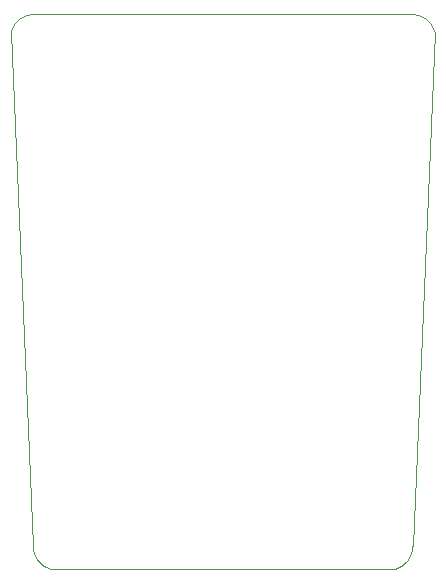
<source format=gbr>
%TF.GenerationSoftware,KiCad,Pcbnew,7.0.7*%
%TF.CreationDate,2023-09-20T21:46:03-04:00*%
%TF.ProjectId,DIYmic,4449596d-6963-42e6-9b69-6361645f7063,rev?*%
%TF.SameCoordinates,Original*%
%TF.FileFunction,Profile,NP*%
%FSLAX46Y46*%
G04 Gerber Fmt 4.6, Leading zero omitted, Abs format (unit mm)*
G04 Created by KiCad (PCBNEW 7.0.7) date 2023-09-20 21:46:03*
%MOMM*%
%LPD*%
G01*
G04 APERTURE LIST*
%TA.AperFunction,Profile*%
%ADD10C,0.100000*%
%TD*%
G04 APERTURE END LIST*
D10*
X55600001Y-87650000D02*
G75*
G03*
X57096134Y-89650114I2084999J0D01*
G01*
X86274408Y-89649956D02*
G75*
G03*
X87770000Y-87650000I-589408J1999956D01*
G01*
X89620499Y-44146172D02*
G75*
G03*
X87685000Y-42650000I-1935499J-503828D01*
G01*
X55685000Y-42650001D02*
G75*
G03*
X53748917Y-44148424I0J-1999999D01*
G01*
X89620499Y-44146172D02*
X87770000Y-87650000D01*
X71685000Y-89650000D02*
X86274408Y-89649956D01*
X55685000Y-42650000D02*
X87685000Y-42650000D01*
X71685000Y-89650000D02*
X57096134Y-89650115D01*
X55600000Y-87650000D02*
X53748916Y-44148424D01*
M02*

</source>
